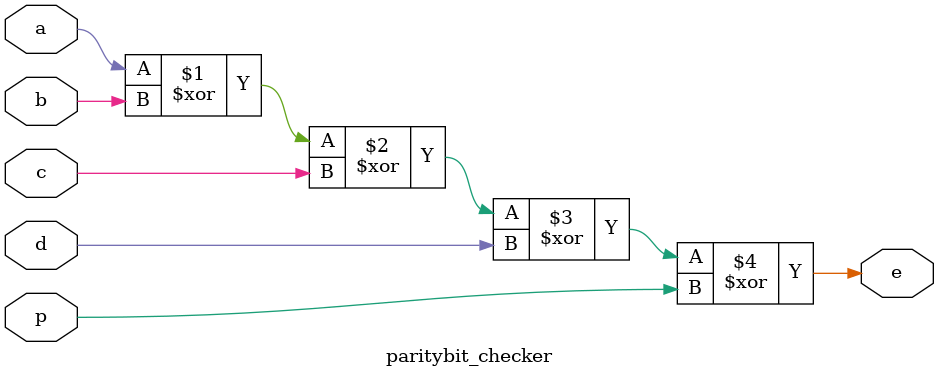
<source format=v>
`timescale 1ns / 1ps

//////////////////////////////////////////////////////////////////////////////////


module paritybit_checker(
input a,
input b,
input c,
input d,
input p,
output e
    );
    assign e=a^b^c^d^p;
endmodule

</source>
